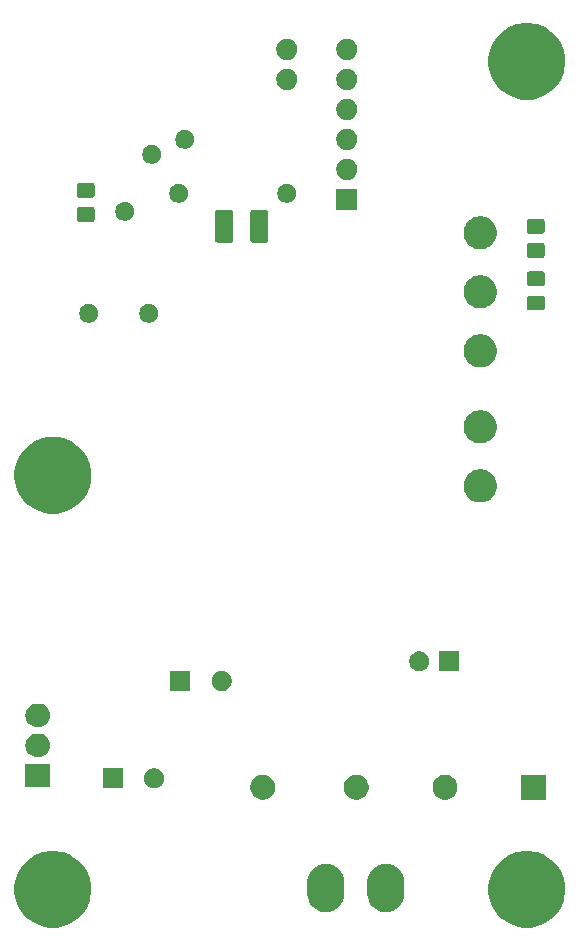
<source format=gbr>
G04 #@! TF.GenerationSoftware,KiCad,Pcbnew,(5.1.5)-3*
G04 #@! TF.CreationDate,2021-06-07T18:41:19+02:00*
G04 #@! TF.ProjectId,IotHenHouse,496f7448-656e-4486-9f75-73652e6b6963,rev?*
G04 #@! TF.SameCoordinates,Original*
G04 #@! TF.FileFunction,Soldermask,Bot*
G04 #@! TF.FilePolarity,Negative*
%FSLAX46Y46*%
G04 Gerber Fmt 4.6, Leading zero omitted, Abs format (unit mm)*
G04 Created by KiCad (PCBNEW (5.1.5)-3) date 2021-06-07 18:41:19*
%MOMM*%
%LPD*%
G04 APERTURE LIST*
%ADD10C,0.100000*%
G04 APERTURE END LIST*
D10*
G36*
X83946239Y-129399467D02*
G01*
X84260282Y-129461934D01*
X84851926Y-129707001D01*
X85141523Y-129900504D01*
X85384391Y-130062783D01*
X85837217Y-130515609D01*
X85852388Y-130538314D01*
X86192999Y-131048074D01*
X86438066Y-131639718D01*
X86438066Y-131639719D01*
X86563000Y-132267803D01*
X86563000Y-132908197D01*
X86500533Y-133222239D01*
X86438066Y-133536282D01*
X86192999Y-134127926D01*
X85837216Y-134660392D01*
X85384392Y-135113216D01*
X84851926Y-135468999D01*
X84260282Y-135714066D01*
X83946239Y-135776533D01*
X83632197Y-135839000D01*
X82991803Y-135839000D01*
X82677761Y-135776533D01*
X82363718Y-135714066D01*
X81772074Y-135468999D01*
X81239608Y-135113216D01*
X80786784Y-134660392D01*
X80431001Y-134127926D01*
X80185934Y-133536282D01*
X80123467Y-133222239D01*
X80061000Y-132908197D01*
X80061000Y-132267803D01*
X80185934Y-131639719D01*
X80185934Y-131639718D01*
X80431001Y-131048074D01*
X80771612Y-130538314D01*
X80786783Y-130515609D01*
X81239609Y-130062783D01*
X81482477Y-129900504D01*
X81772074Y-129707001D01*
X82363718Y-129461934D01*
X82677761Y-129399467D01*
X82991803Y-129337000D01*
X83632197Y-129337000D01*
X83946239Y-129399467D01*
G37*
G36*
X43814239Y-129399467D02*
G01*
X44128282Y-129461934D01*
X44719926Y-129707001D01*
X45009523Y-129900504D01*
X45252391Y-130062783D01*
X45705217Y-130515609D01*
X45720388Y-130538314D01*
X46060999Y-131048074D01*
X46306066Y-131639718D01*
X46306066Y-131639719D01*
X46431000Y-132267803D01*
X46431000Y-132908197D01*
X46368533Y-133222239D01*
X46306066Y-133536282D01*
X46060999Y-134127926D01*
X45705216Y-134660392D01*
X45252392Y-135113216D01*
X44719926Y-135468999D01*
X44128282Y-135714066D01*
X43814239Y-135776533D01*
X43500197Y-135839000D01*
X42859803Y-135839000D01*
X42545761Y-135776533D01*
X42231718Y-135714066D01*
X41640074Y-135468999D01*
X41107608Y-135113216D01*
X40654784Y-134660392D01*
X40299001Y-134127926D01*
X40053934Y-133536282D01*
X39991467Y-133222239D01*
X39929000Y-132908197D01*
X39929000Y-132267803D01*
X40053934Y-131639719D01*
X40053934Y-131639718D01*
X40299001Y-131048074D01*
X40639612Y-130538314D01*
X40654783Y-130515609D01*
X41107609Y-130062783D01*
X41350477Y-129900504D01*
X41640074Y-129707001D01*
X42231718Y-129461934D01*
X42545761Y-129399467D01*
X42859803Y-129337000D01*
X43500197Y-129337000D01*
X43814239Y-129399467D01*
G37*
G36*
X71678048Y-130432442D02*
G01*
X71970413Y-130521130D01*
X71970415Y-130521131D01*
X72239856Y-130665150D01*
X72239858Y-130665151D01*
X72239857Y-130665151D01*
X72476029Y-130858971D01*
X72538723Y-130935364D01*
X72669850Y-131095142D01*
X72801768Y-131341944D01*
X72813870Y-131364586D01*
X72902558Y-131656951D01*
X72925000Y-131884810D01*
X72925000Y-133037190D01*
X72902558Y-133265049D01*
X72820280Y-133536282D01*
X72813869Y-133557416D01*
X72669850Y-133826858D01*
X72476029Y-134063029D01*
X72239858Y-134256850D01*
X71970416Y-134400869D01*
X71970414Y-134400870D01*
X71678049Y-134489558D01*
X71374000Y-134519504D01*
X71069952Y-134489558D01*
X70777587Y-134400870D01*
X70777585Y-134400869D01*
X70508143Y-134256850D01*
X70271972Y-134063029D01*
X70218243Y-133997560D01*
X70078151Y-133826858D01*
X69934130Y-133557414D01*
X69845442Y-133265049D01*
X69823000Y-133037190D01*
X69823000Y-131884811D01*
X69845442Y-131656952D01*
X69934130Y-131364587D01*
X70000051Y-131241258D01*
X70078150Y-131095144D01*
X70116779Y-131048074D01*
X70271971Y-130858971D01*
X70393309Y-130759392D01*
X70508142Y-130665150D01*
X70777584Y-130521131D01*
X70777586Y-130521130D01*
X71069951Y-130432442D01*
X71374000Y-130402496D01*
X71678048Y-130432442D01*
G37*
G36*
X66598048Y-130432442D02*
G01*
X66890413Y-130521130D01*
X66890415Y-130521131D01*
X67159856Y-130665150D01*
X67159858Y-130665151D01*
X67159857Y-130665151D01*
X67396029Y-130858971D01*
X67458723Y-130935364D01*
X67589850Y-131095142D01*
X67721768Y-131341944D01*
X67733870Y-131364586D01*
X67822558Y-131656951D01*
X67845000Y-131884810D01*
X67845000Y-133037190D01*
X67822558Y-133265049D01*
X67740280Y-133536282D01*
X67733869Y-133557416D01*
X67589850Y-133826858D01*
X67396029Y-134063029D01*
X67159858Y-134256850D01*
X66890416Y-134400869D01*
X66890414Y-134400870D01*
X66598049Y-134489558D01*
X66294000Y-134519504D01*
X65989952Y-134489558D01*
X65697587Y-134400870D01*
X65697585Y-134400869D01*
X65428143Y-134256850D01*
X65191972Y-134063029D01*
X65138243Y-133997560D01*
X64998151Y-133826858D01*
X64854130Y-133557414D01*
X64765442Y-133265049D01*
X64743000Y-133037190D01*
X64743000Y-131884811D01*
X64765442Y-131656952D01*
X64854130Y-131364587D01*
X64920051Y-131241258D01*
X64998150Y-131095144D01*
X65036779Y-131048074D01*
X65191971Y-130858971D01*
X65313309Y-130759392D01*
X65428142Y-130665150D01*
X65697584Y-130521131D01*
X65697586Y-130521130D01*
X65989951Y-130432442D01*
X66294000Y-130402496D01*
X66598048Y-130432442D01*
G37*
G36*
X61266564Y-122941389D02*
G01*
X61457833Y-123020615D01*
X61457835Y-123020616D01*
X61585896Y-123106184D01*
X61629973Y-123135635D01*
X61776365Y-123282027D01*
X61891385Y-123454167D01*
X61970611Y-123645436D01*
X62011000Y-123848484D01*
X62011000Y-124055516D01*
X61970611Y-124258564D01*
X61891385Y-124449833D01*
X61891384Y-124449835D01*
X61776365Y-124621973D01*
X61629973Y-124768365D01*
X61457835Y-124883384D01*
X61457834Y-124883385D01*
X61457833Y-124883385D01*
X61266564Y-124962611D01*
X61063516Y-125003000D01*
X60856484Y-125003000D01*
X60653436Y-124962611D01*
X60462167Y-124883385D01*
X60462166Y-124883385D01*
X60462165Y-124883384D01*
X60290027Y-124768365D01*
X60143635Y-124621973D01*
X60028616Y-124449835D01*
X60028615Y-124449833D01*
X59949389Y-124258564D01*
X59909000Y-124055516D01*
X59909000Y-123848484D01*
X59949389Y-123645436D01*
X60028615Y-123454167D01*
X60143635Y-123282027D01*
X60290027Y-123135635D01*
X60334104Y-123106184D01*
X60462165Y-123020616D01*
X60462167Y-123020615D01*
X60653436Y-122941389D01*
X60856484Y-122901000D01*
X61063516Y-122901000D01*
X61266564Y-122941389D01*
G37*
G36*
X76697064Y-122941389D02*
G01*
X76888333Y-123020615D01*
X76888335Y-123020616D01*
X77016396Y-123106184D01*
X77060473Y-123135635D01*
X77206865Y-123282027D01*
X77321885Y-123454167D01*
X77401111Y-123645436D01*
X77441500Y-123848484D01*
X77441500Y-124055516D01*
X77401111Y-124258564D01*
X77321885Y-124449833D01*
X77321884Y-124449835D01*
X77206865Y-124621973D01*
X77060473Y-124768365D01*
X76888335Y-124883384D01*
X76888334Y-124883385D01*
X76888333Y-124883385D01*
X76697064Y-124962611D01*
X76494016Y-125003000D01*
X76286984Y-125003000D01*
X76083936Y-124962611D01*
X75892667Y-124883385D01*
X75892666Y-124883385D01*
X75892665Y-124883384D01*
X75720527Y-124768365D01*
X75574135Y-124621973D01*
X75459116Y-124449835D01*
X75459115Y-124449833D01*
X75379889Y-124258564D01*
X75339500Y-124055516D01*
X75339500Y-123848484D01*
X75379889Y-123645436D01*
X75459115Y-123454167D01*
X75574135Y-123282027D01*
X75720527Y-123135635D01*
X75764604Y-123106184D01*
X75892665Y-123020616D01*
X75892667Y-123020615D01*
X76083936Y-122941389D01*
X76286984Y-122901000D01*
X76494016Y-122901000D01*
X76697064Y-122941389D01*
G37*
G36*
X69190064Y-122941389D02*
G01*
X69381333Y-123020615D01*
X69381335Y-123020616D01*
X69509396Y-123106184D01*
X69553473Y-123135635D01*
X69699865Y-123282027D01*
X69814885Y-123454167D01*
X69894111Y-123645436D01*
X69934500Y-123848484D01*
X69934500Y-124055516D01*
X69894111Y-124258564D01*
X69814885Y-124449833D01*
X69814884Y-124449835D01*
X69699865Y-124621973D01*
X69553473Y-124768365D01*
X69381335Y-124883384D01*
X69381334Y-124883385D01*
X69381333Y-124883385D01*
X69190064Y-124962611D01*
X68987016Y-125003000D01*
X68779984Y-125003000D01*
X68576936Y-124962611D01*
X68385667Y-124883385D01*
X68385666Y-124883385D01*
X68385665Y-124883384D01*
X68213527Y-124768365D01*
X68067135Y-124621973D01*
X67952116Y-124449835D01*
X67952115Y-124449833D01*
X67872889Y-124258564D01*
X67832500Y-124055516D01*
X67832500Y-123848484D01*
X67872889Y-123645436D01*
X67952115Y-123454167D01*
X68067135Y-123282027D01*
X68213527Y-123135635D01*
X68257604Y-123106184D01*
X68385665Y-123020616D01*
X68385667Y-123020615D01*
X68576936Y-122941389D01*
X68779984Y-122901000D01*
X68987016Y-122901000D01*
X69190064Y-122941389D01*
G37*
G36*
X84934500Y-125003000D02*
G01*
X82832500Y-125003000D01*
X82832500Y-122901000D01*
X84934500Y-122901000D01*
X84934500Y-125003000D01*
G37*
G36*
X52008228Y-122371703D02*
G01*
X52163100Y-122435853D01*
X52302481Y-122528985D01*
X52421015Y-122647519D01*
X52514147Y-122786900D01*
X52578297Y-122941772D01*
X52611000Y-123106184D01*
X52611000Y-123273816D01*
X52578297Y-123438228D01*
X52514147Y-123593100D01*
X52421015Y-123732481D01*
X52302481Y-123851015D01*
X52163100Y-123944147D01*
X52008228Y-124008297D01*
X51843816Y-124041000D01*
X51676184Y-124041000D01*
X51511772Y-124008297D01*
X51356900Y-123944147D01*
X51217519Y-123851015D01*
X51098985Y-123732481D01*
X51005853Y-123593100D01*
X50941703Y-123438228D01*
X50909000Y-123273816D01*
X50909000Y-123106184D01*
X50941703Y-122941772D01*
X51005853Y-122786900D01*
X51098985Y-122647519D01*
X51217519Y-122528985D01*
X51356900Y-122435853D01*
X51511772Y-122371703D01*
X51676184Y-122339000D01*
X51843816Y-122339000D01*
X52008228Y-122371703D01*
G37*
G36*
X49111000Y-124041000D02*
G01*
X47409000Y-124041000D01*
X47409000Y-122339000D01*
X49111000Y-122339000D01*
X49111000Y-124041000D01*
G37*
G36*
X42961000Y-123939500D02*
G01*
X40859000Y-123939500D01*
X40859000Y-121932500D01*
X42961000Y-121932500D01*
X42961000Y-123939500D01*
G37*
G36*
X42055936Y-119397340D02*
G01*
X42154220Y-119407020D01*
X42343381Y-119464401D01*
X42517712Y-119557583D01*
X42670515Y-119682985D01*
X42795917Y-119835788D01*
X42889099Y-120010119D01*
X42946480Y-120199280D01*
X42965855Y-120396000D01*
X42946480Y-120592720D01*
X42889099Y-120781881D01*
X42795917Y-120956212D01*
X42670515Y-121109015D01*
X42517712Y-121234417D01*
X42343381Y-121327599D01*
X42154220Y-121384980D01*
X42055936Y-121394660D01*
X42006795Y-121399500D01*
X41813205Y-121399500D01*
X41764064Y-121394660D01*
X41665780Y-121384980D01*
X41476619Y-121327599D01*
X41302288Y-121234417D01*
X41149485Y-121109015D01*
X41024083Y-120956212D01*
X40930901Y-120781881D01*
X40873520Y-120592720D01*
X40854145Y-120396000D01*
X40873520Y-120199280D01*
X40930901Y-120010119D01*
X41024083Y-119835788D01*
X41149485Y-119682985D01*
X41302288Y-119557583D01*
X41476619Y-119464401D01*
X41665780Y-119407020D01*
X41764064Y-119397340D01*
X41813205Y-119392500D01*
X42006795Y-119392500D01*
X42055936Y-119397340D01*
G37*
G36*
X42055936Y-116857340D02*
G01*
X42154220Y-116867020D01*
X42343381Y-116924401D01*
X42517712Y-117017583D01*
X42670515Y-117142985D01*
X42795917Y-117295788D01*
X42889099Y-117470119D01*
X42946480Y-117659280D01*
X42965855Y-117856000D01*
X42946480Y-118052720D01*
X42889099Y-118241881D01*
X42795917Y-118416212D01*
X42670515Y-118569015D01*
X42517712Y-118694417D01*
X42343381Y-118787599D01*
X42154220Y-118844980D01*
X42055936Y-118854660D01*
X42006795Y-118859500D01*
X41813205Y-118859500D01*
X41764064Y-118854660D01*
X41665780Y-118844980D01*
X41476619Y-118787599D01*
X41302288Y-118694417D01*
X41149485Y-118569015D01*
X41024083Y-118416212D01*
X40930901Y-118241881D01*
X40873520Y-118052720D01*
X40854145Y-117856000D01*
X40873520Y-117659280D01*
X40930901Y-117470119D01*
X41024083Y-117295788D01*
X41149485Y-117142985D01*
X41302288Y-117017583D01*
X41476619Y-116924401D01*
X41665780Y-116867020D01*
X41764064Y-116857340D01*
X41813205Y-116852500D01*
X42006795Y-116852500D01*
X42055936Y-116857340D01*
G37*
G36*
X54826000Y-115786000D02*
G01*
X53124000Y-115786000D01*
X53124000Y-114084000D01*
X54826000Y-114084000D01*
X54826000Y-115786000D01*
G37*
G36*
X57723228Y-114116703D02*
G01*
X57878100Y-114180853D01*
X58017481Y-114273985D01*
X58136015Y-114392519D01*
X58229147Y-114531900D01*
X58293297Y-114686772D01*
X58326000Y-114851184D01*
X58326000Y-115018816D01*
X58293297Y-115183228D01*
X58229147Y-115338100D01*
X58136015Y-115477481D01*
X58017481Y-115596015D01*
X57878100Y-115689147D01*
X57723228Y-115753297D01*
X57558816Y-115786000D01*
X57391184Y-115786000D01*
X57226772Y-115753297D01*
X57071900Y-115689147D01*
X56932519Y-115596015D01*
X56813985Y-115477481D01*
X56720853Y-115338100D01*
X56656703Y-115183228D01*
X56624000Y-115018816D01*
X56624000Y-114851184D01*
X56656703Y-114686772D01*
X56720853Y-114531900D01*
X56813985Y-114392519D01*
X56932519Y-114273985D01*
X57071900Y-114180853D01*
X57226772Y-114116703D01*
X57391184Y-114084000D01*
X57558816Y-114084000D01*
X57723228Y-114116703D01*
G37*
G36*
X74456228Y-112465703D02*
G01*
X74611100Y-112529853D01*
X74750481Y-112622985D01*
X74869015Y-112741519D01*
X74962147Y-112880900D01*
X75026297Y-113035772D01*
X75059000Y-113200184D01*
X75059000Y-113367816D01*
X75026297Y-113532228D01*
X74962147Y-113687100D01*
X74869015Y-113826481D01*
X74750481Y-113945015D01*
X74611100Y-114038147D01*
X74456228Y-114102297D01*
X74291816Y-114135000D01*
X74124184Y-114135000D01*
X73959772Y-114102297D01*
X73804900Y-114038147D01*
X73665519Y-113945015D01*
X73546985Y-113826481D01*
X73453853Y-113687100D01*
X73389703Y-113532228D01*
X73357000Y-113367816D01*
X73357000Y-113200184D01*
X73389703Y-113035772D01*
X73453853Y-112880900D01*
X73546985Y-112741519D01*
X73665519Y-112622985D01*
X73804900Y-112529853D01*
X73959772Y-112465703D01*
X74124184Y-112433000D01*
X74291816Y-112433000D01*
X74456228Y-112465703D01*
G37*
G36*
X77559000Y-114135000D02*
G01*
X75857000Y-114135000D01*
X75857000Y-112433000D01*
X77559000Y-112433000D01*
X77559000Y-114135000D01*
G37*
G36*
X43666526Y-94318085D02*
G01*
X44128282Y-94409934D01*
X44719926Y-94655001D01*
X45252392Y-95010784D01*
X45705216Y-95463608D01*
X46060999Y-95996074D01*
X46306066Y-96587718D01*
X46306066Y-96587719D01*
X46431000Y-97215803D01*
X46431000Y-97856197D01*
X46399145Y-98016343D01*
X46306066Y-98484282D01*
X46060999Y-99075926D01*
X45705216Y-99608392D01*
X45252392Y-100061216D01*
X44719926Y-100416999D01*
X44128282Y-100662066D01*
X43814239Y-100724533D01*
X43500197Y-100787000D01*
X42859803Y-100787000D01*
X42545761Y-100724533D01*
X42231718Y-100662066D01*
X41640074Y-100416999D01*
X41107608Y-100061216D01*
X40654784Y-99608392D01*
X40299001Y-99075926D01*
X40053934Y-98484282D01*
X39960855Y-98016343D01*
X39929000Y-97856197D01*
X39929000Y-97215803D01*
X40053934Y-96587719D01*
X40053934Y-96587718D01*
X40299001Y-95996074D01*
X40654784Y-95463608D01*
X41107608Y-95010784D01*
X41640074Y-94655001D01*
X42231718Y-94409934D01*
X42693474Y-94318085D01*
X42859803Y-94285000D01*
X43500197Y-94285000D01*
X43666526Y-94318085D01*
G37*
G36*
X79693433Y-97059893D02*
G01*
X79783657Y-97077839D01*
X79889267Y-97121585D01*
X80038621Y-97183449D01*
X80114763Y-97234325D01*
X80268086Y-97336772D01*
X80463228Y-97531914D01*
X80495638Y-97580420D01*
X80616551Y-97761379D01*
X80655826Y-97856197D01*
X80710007Y-97987000D01*
X80722161Y-98016344D01*
X80776000Y-98287012D01*
X80776000Y-98562988D01*
X80722161Y-98833656D01*
X80616551Y-99088621D01*
X80616550Y-99088622D01*
X80463228Y-99318086D01*
X80268086Y-99513228D01*
X80163110Y-99583370D01*
X80038621Y-99666551D01*
X79903860Y-99722371D01*
X79783657Y-99772161D01*
X79693433Y-99790107D01*
X79512988Y-99826000D01*
X79237012Y-99826000D01*
X79056567Y-99790107D01*
X78966343Y-99772161D01*
X78846140Y-99722371D01*
X78711379Y-99666551D01*
X78586890Y-99583370D01*
X78481914Y-99513228D01*
X78286772Y-99318086D01*
X78133450Y-99088622D01*
X78133449Y-99088621D01*
X78027839Y-98833656D01*
X77974000Y-98562988D01*
X77974000Y-98287012D01*
X78027839Y-98016344D01*
X78039994Y-97987000D01*
X78094174Y-97856197D01*
X78133449Y-97761379D01*
X78254362Y-97580420D01*
X78286772Y-97531914D01*
X78481914Y-97336772D01*
X78635237Y-97234325D01*
X78711379Y-97183449D01*
X78860733Y-97121585D01*
X78966343Y-97077839D01*
X79056567Y-97059893D01*
X79237012Y-97024000D01*
X79512988Y-97024000D01*
X79693433Y-97059893D01*
G37*
G36*
X79693433Y-92059893D02*
G01*
X79783657Y-92077839D01*
X79889267Y-92121585D01*
X80038621Y-92183449D01*
X80038622Y-92183450D01*
X80268086Y-92336772D01*
X80463228Y-92531914D01*
X80565675Y-92685237D01*
X80616551Y-92761379D01*
X80722161Y-93016344D01*
X80776000Y-93287012D01*
X80776000Y-93562988D01*
X80722161Y-93833656D01*
X80616551Y-94088621D01*
X80616550Y-94088622D01*
X80463228Y-94318086D01*
X80268086Y-94513228D01*
X80114763Y-94615675D01*
X80038621Y-94666551D01*
X79889267Y-94728415D01*
X79783657Y-94772161D01*
X79715661Y-94785686D01*
X79512988Y-94826000D01*
X79237012Y-94826000D01*
X79034339Y-94785686D01*
X78966343Y-94772161D01*
X78860733Y-94728415D01*
X78711379Y-94666551D01*
X78635237Y-94615675D01*
X78481914Y-94513228D01*
X78286772Y-94318086D01*
X78133450Y-94088622D01*
X78133449Y-94088621D01*
X78027839Y-93833656D01*
X77974000Y-93562988D01*
X77974000Y-93287012D01*
X78027839Y-93016344D01*
X78133449Y-92761379D01*
X78184325Y-92685237D01*
X78286772Y-92531914D01*
X78481914Y-92336772D01*
X78711378Y-92183450D01*
X78711379Y-92183449D01*
X78860733Y-92121585D01*
X78966343Y-92077839D01*
X79056567Y-92059893D01*
X79237012Y-92024000D01*
X79512988Y-92024000D01*
X79693433Y-92059893D01*
G37*
G36*
X79693433Y-85629893D02*
G01*
X79783657Y-85647839D01*
X79889267Y-85691585D01*
X80038621Y-85753449D01*
X80038622Y-85753450D01*
X80268086Y-85906772D01*
X80463228Y-86101914D01*
X80565675Y-86255237D01*
X80616551Y-86331379D01*
X80722161Y-86586344D01*
X80776000Y-86857012D01*
X80776000Y-87132988D01*
X80722161Y-87403656D01*
X80616551Y-87658621D01*
X80616550Y-87658622D01*
X80463228Y-87888086D01*
X80268086Y-88083228D01*
X80114763Y-88185675D01*
X80038621Y-88236551D01*
X79889267Y-88298415D01*
X79783657Y-88342161D01*
X79693433Y-88360107D01*
X79512988Y-88396000D01*
X79237012Y-88396000D01*
X79056567Y-88360107D01*
X78966343Y-88342161D01*
X78860733Y-88298415D01*
X78711379Y-88236551D01*
X78635237Y-88185675D01*
X78481914Y-88083228D01*
X78286772Y-87888086D01*
X78133450Y-87658622D01*
X78133449Y-87658621D01*
X78027839Y-87403656D01*
X77974000Y-87132988D01*
X77974000Y-86857012D01*
X78027839Y-86586344D01*
X78133449Y-86331379D01*
X78184325Y-86255237D01*
X78286772Y-86101914D01*
X78481914Y-85906772D01*
X78711378Y-85753450D01*
X78711379Y-85753449D01*
X78860733Y-85691585D01*
X78966343Y-85647839D01*
X79056567Y-85629893D01*
X79237012Y-85594000D01*
X79512988Y-85594000D01*
X79693433Y-85629893D01*
G37*
G36*
X51541642Y-83049781D02*
G01*
X51687414Y-83110162D01*
X51687416Y-83110163D01*
X51818608Y-83197822D01*
X51930178Y-83309392D01*
X52017837Y-83440584D01*
X52017838Y-83440586D01*
X52078219Y-83586358D01*
X52109000Y-83741107D01*
X52109000Y-83898893D01*
X52078219Y-84053642D01*
X52017838Y-84199414D01*
X52017837Y-84199416D01*
X51930178Y-84330608D01*
X51818608Y-84442178D01*
X51687416Y-84529837D01*
X51687415Y-84529838D01*
X51687414Y-84529838D01*
X51541642Y-84590219D01*
X51386893Y-84621000D01*
X51229107Y-84621000D01*
X51074358Y-84590219D01*
X50928586Y-84529838D01*
X50928585Y-84529838D01*
X50928584Y-84529837D01*
X50797392Y-84442178D01*
X50685822Y-84330608D01*
X50598163Y-84199416D01*
X50598162Y-84199414D01*
X50537781Y-84053642D01*
X50507000Y-83898893D01*
X50507000Y-83741107D01*
X50537781Y-83586358D01*
X50598162Y-83440586D01*
X50598163Y-83440584D01*
X50685822Y-83309392D01*
X50797392Y-83197822D01*
X50928584Y-83110163D01*
X50928586Y-83110162D01*
X51074358Y-83049781D01*
X51229107Y-83019000D01*
X51386893Y-83019000D01*
X51541642Y-83049781D01*
G37*
G36*
X46461642Y-83049781D02*
G01*
X46607414Y-83110162D01*
X46607416Y-83110163D01*
X46738608Y-83197822D01*
X46850178Y-83309392D01*
X46937837Y-83440584D01*
X46937838Y-83440586D01*
X46998219Y-83586358D01*
X47029000Y-83741107D01*
X47029000Y-83898893D01*
X46998219Y-84053642D01*
X46937838Y-84199414D01*
X46937837Y-84199416D01*
X46850178Y-84330608D01*
X46738608Y-84442178D01*
X46607416Y-84529837D01*
X46607415Y-84529838D01*
X46607414Y-84529838D01*
X46461642Y-84590219D01*
X46306893Y-84621000D01*
X46149107Y-84621000D01*
X45994358Y-84590219D01*
X45848586Y-84529838D01*
X45848585Y-84529838D01*
X45848584Y-84529837D01*
X45717392Y-84442178D01*
X45605822Y-84330608D01*
X45518163Y-84199416D01*
X45518162Y-84199414D01*
X45457781Y-84053642D01*
X45427000Y-83898893D01*
X45427000Y-83741107D01*
X45457781Y-83586358D01*
X45518162Y-83440586D01*
X45518163Y-83440584D01*
X45605822Y-83309392D01*
X45717392Y-83197822D01*
X45848584Y-83110163D01*
X45848586Y-83110162D01*
X45994358Y-83049781D01*
X46149107Y-83019000D01*
X46306893Y-83019000D01*
X46461642Y-83049781D01*
G37*
G36*
X84662674Y-82318465D02*
G01*
X84700367Y-82329899D01*
X84735103Y-82348466D01*
X84765548Y-82373452D01*
X84790534Y-82403897D01*
X84809101Y-82438633D01*
X84820535Y-82476326D01*
X84825000Y-82521661D01*
X84825000Y-83358339D01*
X84820535Y-83403674D01*
X84809101Y-83441367D01*
X84790534Y-83476103D01*
X84765548Y-83506548D01*
X84735103Y-83531534D01*
X84700367Y-83550101D01*
X84662674Y-83561535D01*
X84617339Y-83566000D01*
X83530661Y-83566000D01*
X83485326Y-83561535D01*
X83447633Y-83550101D01*
X83412897Y-83531534D01*
X83382452Y-83506548D01*
X83357466Y-83476103D01*
X83338899Y-83441367D01*
X83327465Y-83403674D01*
X83323000Y-83358339D01*
X83323000Y-82521661D01*
X83327465Y-82476326D01*
X83338899Y-82438633D01*
X83357466Y-82403897D01*
X83382452Y-82373452D01*
X83412897Y-82348466D01*
X83447633Y-82329899D01*
X83485326Y-82318465D01*
X83530661Y-82314000D01*
X84617339Y-82314000D01*
X84662674Y-82318465D01*
G37*
G36*
X79693433Y-80629893D02*
G01*
X79783657Y-80647839D01*
X79889267Y-80691585D01*
X80038621Y-80753449D01*
X80038622Y-80753450D01*
X80268086Y-80906772D01*
X80463228Y-81101914D01*
X80558051Y-81243827D01*
X80616551Y-81331379D01*
X80641399Y-81391367D01*
X80722161Y-81586343D01*
X80776000Y-81857014D01*
X80776000Y-82132986D01*
X80722161Y-82403657D01*
X80709194Y-82434962D01*
X80616551Y-82658621D01*
X80616550Y-82658622D01*
X80463228Y-82888086D01*
X80268086Y-83083228D01*
X80114763Y-83185675D01*
X80038621Y-83236551D01*
X79889267Y-83298415D01*
X79783657Y-83342161D01*
X79759706Y-83346925D01*
X79512988Y-83396000D01*
X79237012Y-83396000D01*
X78990294Y-83346925D01*
X78966343Y-83342161D01*
X78860733Y-83298415D01*
X78711379Y-83236551D01*
X78635237Y-83185675D01*
X78481914Y-83083228D01*
X78286772Y-82888086D01*
X78133450Y-82658622D01*
X78133449Y-82658621D01*
X78040806Y-82434962D01*
X78027839Y-82403657D01*
X77974000Y-82132986D01*
X77974000Y-81857014D01*
X78027839Y-81586343D01*
X78108601Y-81391367D01*
X78133449Y-81331379D01*
X78191949Y-81243827D01*
X78286772Y-81101914D01*
X78481914Y-80906772D01*
X78711378Y-80753450D01*
X78711379Y-80753449D01*
X78860733Y-80691585D01*
X78966343Y-80647839D01*
X79056567Y-80629893D01*
X79237012Y-80594000D01*
X79512988Y-80594000D01*
X79693433Y-80629893D01*
G37*
G36*
X84662674Y-80268465D02*
G01*
X84700367Y-80279899D01*
X84735103Y-80298466D01*
X84765548Y-80323452D01*
X84790534Y-80353897D01*
X84809101Y-80388633D01*
X84820535Y-80426326D01*
X84825000Y-80471661D01*
X84825000Y-81308339D01*
X84820535Y-81353674D01*
X84809101Y-81391367D01*
X84790534Y-81426103D01*
X84765548Y-81456548D01*
X84735103Y-81481534D01*
X84700367Y-81500101D01*
X84662674Y-81511535D01*
X84617339Y-81516000D01*
X83530661Y-81516000D01*
X83485326Y-81511535D01*
X83447633Y-81500101D01*
X83412897Y-81481534D01*
X83382452Y-81456548D01*
X83357466Y-81426103D01*
X83338899Y-81391367D01*
X83327465Y-81353674D01*
X83323000Y-81308339D01*
X83323000Y-80471661D01*
X83327465Y-80426326D01*
X83338899Y-80388633D01*
X83357466Y-80353897D01*
X83382452Y-80323452D01*
X83412897Y-80298466D01*
X83447633Y-80279899D01*
X83485326Y-80268465D01*
X83530661Y-80264000D01*
X84617339Y-80264000D01*
X84662674Y-80268465D01*
G37*
G36*
X84662674Y-77873465D02*
G01*
X84700367Y-77884899D01*
X84735103Y-77903466D01*
X84765548Y-77928452D01*
X84790534Y-77958897D01*
X84809101Y-77993633D01*
X84820535Y-78031326D01*
X84825000Y-78076661D01*
X84825000Y-78913339D01*
X84820535Y-78958674D01*
X84809101Y-78996367D01*
X84790534Y-79031103D01*
X84765548Y-79061548D01*
X84735103Y-79086534D01*
X84700367Y-79105101D01*
X84662674Y-79116535D01*
X84617339Y-79121000D01*
X83530661Y-79121000D01*
X83485326Y-79116535D01*
X83447633Y-79105101D01*
X83412897Y-79086534D01*
X83382452Y-79061548D01*
X83357466Y-79031103D01*
X83338899Y-78996367D01*
X83327465Y-78958674D01*
X83323000Y-78913339D01*
X83323000Y-78076661D01*
X83327465Y-78031326D01*
X83338899Y-77993633D01*
X83357466Y-77958897D01*
X83382452Y-77928452D01*
X83412897Y-77903466D01*
X83447633Y-77884899D01*
X83485326Y-77873465D01*
X83530661Y-77869000D01*
X84617339Y-77869000D01*
X84662674Y-77873465D01*
G37*
G36*
X79693433Y-75629893D02*
G01*
X79783657Y-75647839D01*
X79889267Y-75691585D01*
X80038621Y-75753449D01*
X80038622Y-75753450D01*
X80268086Y-75906772D01*
X80463228Y-76101914D01*
X80565675Y-76255237D01*
X80616551Y-76331379D01*
X80722161Y-76586344D01*
X80776000Y-76857012D01*
X80776000Y-77132988D01*
X80722161Y-77403656D01*
X80616551Y-77658621D01*
X80565675Y-77734763D01*
X80463228Y-77888086D01*
X80268086Y-78083228D01*
X80114763Y-78185675D01*
X80038621Y-78236551D01*
X79889267Y-78298415D01*
X79783657Y-78342161D01*
X79693433Y-78360107D01*
X79512988Y-78396000D01*
X79237012Y-78396000D01*
X79056567Y-78360107D01*
X78966343Y-78342161D01*
X78860733Y-78298415D01*
X78711379Y-78236551D01*
X78635237Y-78185675D01*
X78481914Y-78083228D01*
X78286772Y-77888086D01*
X78184325Y-77734763D01*
X78133449Y-77658621D01*
X78027839Y-77403656D01*
X77974000Y-77132988D01*
X77974000Y-76857012D01*
X78027839Y-76586344D01*
X78133449Y-76331379D01*
X78184325Y-76255237D01*
X78286772Y-76101914D01*
X78481914Y-75906772D01*
X78711378Y-75753450D01*
X78711379Y-75753449D01*
X78860733Y-75691585D01*
X78966343Y-75647839D01*
X79056567Y-75629893D01*
X79237012Y-75594000D01*
X79512988Y-75594000D01*
X79693433Y-75629893D01*
G37*
G36*
X61282562Y-75082181D02*
G01*
X61317481Y-75092774D01*
X61349663Y-75109976D01*
X61377873Y-75133127D01*
X61401024Y-75161337D01*
X61418226Y-75193519D01*
X61428819Y-75228438D01*
X61433000Y-75270895D01*
X61433000Y-77637105D01*
X61428819Y-77679562D01*
X61418226Y-77714481D01*
X61401024Y-77746663D01*
X61377873Y-77774873D01*
X61349663Y-77798024D01*
X61317481Y-77815226D01*
X61282562Y-77825819D01*
X61240105Y-77830000D01*
X60098895Y-77830000D01*
X60056438Y-77825819D01*
X60021519Y-77815226D01*
X59989337Y-77798024D01*
X59961127Y-77774873D01*
X59937976Y-77746663D01*
X59920774Y-77714481D01*
X59910181Y-77679562D01*
X59906000Y-77637105D01*
X59906000Y-75270895D01*
X59910181Y-75228438D01*
X59920774Y-75193519D01*
X59937976Y-75161337D01*
X59961127Y-75133127D01*
X59989337Y-75109976D01*
X60021519Y-75092774D01*
X60056438Y-75082181D01*
X60098895Y-75078000D01*
X61240105Y-75078000D01*
X61282562Y-75082181D01*
G37*
G36*
X58307562Y-75082181D02*
G01*
X58342481Y-75092774D01*
X58374663Y-75109976D01*
X58402873Y-75133127D01*
X58426024Y-75161337D01*
X58443226Y-75193519D01*
X58453819Y-75228438D01*
X58458000Y-75270895D01*
X58458000Y-77637105D01*
X58453819Y-77679562D01*
X58443226Y-77714481D01*
X58426024Y-77746663D01*
X58402873Y-77774873D01*
X58374663Y-77798024D01*
X58342481Y-77815226D01*
X58307562Y-77825819D01*
X58265105Y-77830000D01*
X57123895Y-77830000D01*
X57081438Y-77825819D01*
X57046519Y-77815226D01*
X57014337Y-77798024D01*
X56986127Y-77774873D01*
X56962976Y-77746663D01*
X56945774Y-77714481D01*
X56935181Y-77679562D01*
X56931000Y-77637105D01*
X56931000Y-75270895D01*
X56935181Y-75228438D01*
X56945774Y-75193519D01*
X56962976Y-75161337D01*
X56986127Y-75133127D01*
X57014337Y-75109976D01*
X57046519Y-75092774D01*
X57081438Y-75082181D01*
X57123895Y-75078000D01*
X58265105Y-75078000D01*
X58307562Y-75082181D01*
G37*
G36*
X84662674Y-75823465D02*
G01*
X84700367Y-75834899D01*
X84735103Y-75853466D01*
X84765548Y-75878452D01*
X84790534Y-75908897D01*
X84809101Y-75943633D01*
X84820535Y-75981326D01*
X84825000Y-76026661D01*
X84825000Y-76863339D01*
X84820535Y-76908674D01*
X84809101Y-76946367D01*
X84790534Y-76981103D01*
X84765548Y-77011548D01*
X84735103Y-77036534D01*
X84700367Y-77055101D01*
X84662674Y-77066535D01*
X84617339Y-77071000D01*
X83530661Y-77071000D01*
X83485326Y-77066535D01*
X83447633Y-77055101D01*
X83412897Y-77036534D01*
X83382452Y-77011548D01*
X83357466Y-76981103D01*
X83338899Y-76946367D01*
X83327465Y-76908674D01*
X83323000Y-76863339D01*
X83323000Y-76026661D01*
X83327465Y-75981326D01*
X83338899Y-75943633D01*
X83357466Y-75908897D01*
X83382452Y-75878452D01*
X83412897Y-75853466D01*
X83447633Y-75834899D01*
X83485326Y-75823465D01*
X83530661Y-75819000D01*
X84617339Y-75819000D01*
X84662674Y-75823465D01*
G37*
G36*
X46562674Y-74825465D02*
G01*
X46600367Y-74836899D01*
X46635103Y-74855466D01*
X46665548Y-74880452D01*
X46690534Y-74910897D01*
X46709101Y-74945633D01*
X46720535Y-74983326D01*
X46725000Y-75028661D01*
X46725000Y-75865339D01*
X46720535Y-75910674D01*
X46709101Y-75948367D01*
X46690534Y-75983103D01*
X46665548Y-76013548D01*
X46635103Y-76038534D01*
X46600367Y-76057101D01*
X46562674Y-76068535D01*
X46517339Y-76073000D01*
X45430661Y-76073000D01*
X45385326Y-76068535D01*
X45347633Y-76057101D01*
X45312897Y-76038534D01*
X45282452Y-76013548D01*
X45257466Y-75983103D01*
X45238899Y-75948367D01*
X45227465Y-75910674D01*
X45223000Y-75865339D01*
X45223000Y-75028661D01*
X45227465Y-74983326D01*
X45238899Y-74945633D01*
X45257466Y-74910897D01*
X45282452Y-74880452D01*
X45312897Y-74855466D01*
X45347633Y-74836899D01*
X45385326Y-74825465D01*
X45430661Y-74821000D01*
X46517339Y-74821000D01*
X46562674Y-74825465D01*
G37*
G36*
X49509642Y-74413781D02*
G01*
X49623638Y-74461000D01*
X49655416Y-74474163D01*
X49786608Y-74561822D01*
X49898178Y-74673392D01*
X49985837Y-74804584D01*
X49985838Y-74804586D01*
X50046219Y-74950358D01*
X50077000Y-75105107D01*
X50077000Y-75262893D01*
X50046219Y-75417642D01*
X49985838Y-75563414D01*
X49985837Y-75563416D01*
X49898178Y-75694608D01*
X49786608Y-75806178D01*
X49655416Y-75893837D01*
X49655415Y-75893838D01*
X49655414Y-75893838D01*
X49509642Y-75954219D01*
X49354893Y-75985000D01*
X49197107Y-75985000D01*
X49042358Y-75954219D01*
X48896586Y-75893838D01*
X48896585Y-75893838D01*
X48896584Y-75893837D01*
X48765392Y-75806178D01*
X48653822Y-75694608D01*
X48566163Y-75563416D01*
X48566162Y-75563414D01*
X48505781Y-75417642D01*
X48475000Y-75262893D01*
X48475000Y-75105107D01*
X48505781Y-74950358D01*
X48566162Y-74804586D01*
X48566163Y-74804584D01*
X48653822Y-74673392D01*
X48765392Y-74561822D01*
X48896584Y-74474163D01*
X48928362Y-74461000D01*
X49042358Y-74413781D01*
X49197107Y-74383000D01*
X49354893Y-74383000D01*
X49509642Y-74413781D01*
G37*
G36*
X68973000Y-75069000D02*
G01*
X67171000Y-75069000D01*
X67171000Y-73267000D01*
X68973000Y-73267000D01*
X68973000Y-75069000D01*
G37*
G36*
X54081642Y-72889781D02*
G01*
X54227414Y-72950162D01*
X54227416Y-72950163D01*
X54358608Y-73037822D01*
X54470178Y-73149392D01*
X54557837Y-73280584D01*
X54557838Y-73280586D01*
X54618219Y-73426358D01*
X54649000Y-73581107D01*
X54649000Y-73738893D01*
X54618219Y-73893642D01*
X54566803Y-74017770D01*
X54557837Y-74039416D01*
X54470178Y-74170608D01*
X54358608Y-74282178D01*
X54227416Y-74369837D01*
X54227415Y-74369838D01*
X54227414Y-74369838D01*
X54081642Y-74430219D01*
X53926893Y-74461000D01*
X53769107Y-74461000D01*
X53614358Y-74430219D01*
X53468586Y-74369838D01*
X53468585Y-74369838D01*
X53468584Y-74369837D01*
X53337392Y-74282178D01*
X53225822Y-74170608D01*
X53138163Y-74039416D01*
X53129197Y-74017770D01*
X53077781Y-73893642D01*
X53047000Y-73738893D01*
X53047000Y-73581107D01*
X53077781Y-73426358D01*
X53138162Y-73280586D01*
X53138163Y-73280584D01*
X53225822Y-73149392D01*
X53337392Y-73037822D01*
X53468584Y-72950163D01*
X53468586Y-72950162D01*
X53614358Y-72889781D01*
X53769107Y-72859000D01*
X53926893Y-72859000D01*
X54081642Y-72889781D01*
G37*
G36*
X63225642Y-72889781D02*
G01*
X63371414Y-72950162D01*
X63371416Y-72950163D01*
X63502608Y-73037822D01*
X63614178Y-73149392D01*
X63701837Y-73280584D01*
X63701838Y-73280586D01*
X63762219Y-73426358D01*
X63793000Y-73581107D01*
X63793000Y-73738893D01*
X63762219Y-73893642D01*
X63710803Y-74017770D01*
X63701837Y-74039416D01*
X63614178Y-74170608D01*
X63502608Y-74282178D01*
X63371416Y-74369837D01*
X63371415Y-74369838D01*
X63371414Y-74369838D01*
X63225642Y-74430219D01*
X63070893Y-74461000D01*
X62913107Y-74461000D01*
X62758358Y-74430219D01*
X62612586Y-74369838D01*
X62612585Y-74369838D01*
X62612584Y-74369837D01*
X62481392Y-74282178D01*
X62369822Y-74170608D01*
X62282163Y-74039416D01*
X62273197Y-74017770D01*
X62221781Y-73893642D01*
X62191000Y-73738893D01*
X62191000Y-73581107D01*
X62221781Y-73426358D01*
X62282162Y-73280586D01*
X62282163Y-73280584D01*
X62369822Y-73149392D01*
X62481392Y-73037822D01*
X62612584Y-72950163D01*
X62612586Y-72950162D01*
X62758358Y-72889781D01*
X62913107Y-72859000D01*
X63070893Y-72859000D01*
X63225642Y-72889781D01*
G37*
G36*
X46562674Y-72775465D02*
G01*
X46600367Y-72786899D01*
X46635103Y-72805466D01*
X46665548Y-72830452D01*
X46690534Y-72860897D01*
X46709101Y-72895633D01*
X46720535Y-72933326D01*
X46725000Y-72978661D01*
X46725000Y-73815339D01*
X46720535Y-73860674D01*
X46709101Y-73898367D01*
X46690534Y-73933103D01*
X46665548Y-73963548D01*
X46635103Y-73988534D01*
X46600367Y-74007101D01*
X46562674Y-74018535D01*
X46517339Y-74023000D01*
X45430661Y-74023000D01*
X45385326Y-74018535D01*
X45347633Y-74007101D01*
X45312897Y-73988534D01*
X45282452Y-73963548D01*
X45257466Y-73933103D01*
X45238899Y-73898367D01*
X45227465Y-73860674D01*
X45223000Y-73815339D01*
X45223000Y-72978661D01*
X45227465Y-72933326D01*
X45238899Y-72895633D01*
X45257466Y-72860897D01*
X45282452Y-72830452D01*
X45312897Y-72805466D01*
X45347633Y-72786899D01*
X45385326Y-72775465D01*
X45430661Y-72771000D01*
X46517339Y-72771000D01*
X46562674Y-72775465D01*
G37*
G36*
X68185512Y-70731927D02*
G01*
X68334812Y-70761624D01*
X68498784Y-70829544D01*
X68646354Y-70928147D01*
X68771853Y-71053646D01*
X68870456Y-71201216D01*
X68938376Y-71365188D01*
X68973000Y-71539259D01*
X68973000Y-71716741D01*
X68938376Y-71890812D01*
X68870456Y-72054784D01*
X68771853Y-72202354D01*
X68646354Y-72327853D01*
X68498784Y-72426456D01*
X68334812Y-72494376D01*
X68185512Y-72524073D01*
X68160742Y-72529000D01*
X67983258Y-72529000D01*
X67958488Y-72524073D01*
X67809188Y-72494376D01*
X67645216Y-72426456D01*
X67497646Y-72327853D01*
X67372147Y-72202354D01*
X67273544Y-72054784D01*
X67205624Y-71890812D01*
X67171000Y-71716741D01*
X67171000Y-71539259D01*
X67205624Y-71365188D01*
X67273544Y-71201216D01*
X67372147Y-71053646D01*
X67497646Y-70928147D01*
X67645216Y-70829544D01*
X67809188Y-70761624D01*
X67958488Y-70731927D01*
X67983258Y-70727000D01*
X68160742Y-70727000D01*
X68185512Y-70731927D01*
G37*
G36*
X51795642Y-69587781D02*
G01*
X51941414Y-69648162D01*
X51941416Y-69648163D01*
X52072608Y-69735822D01*
X52184178Y-69847392D01*
X52271837Y-69978584D01*
X52271838Y-69978586D01*
X52332219Y-70124358D01*
X52363000Y-70279107D01*
X52363000Y-70436893D01*
X52332219Y-70591642D01*
X52271838Y-70737414D01*
X52271837Y-70737416D01*
X52184178Y-70868608D01*
X52072608Y-70980178D01*
X51941416Y-71067837D01*
X51941415Y-71067838D01*
X51941414Y-71067838D01*
X51795642Y-71128219D01*
X51640893Y-71159000D01*
X51483107Y-71159000D01*
X51328358Y-71128219D01*
X51182586Y-71067838D01*
X51182585Y-71067838D01*
X51182584Y-71067837D01*
X51051392Y-70980178D01*
X50939822Y-70868608D01*
X50852163Y-70737416D01*
X50852162Y-70737414D01*
X50791781Y-70591642D01*
X50761000Y-70436893D01*
X50761000Y-70279107D01*
X50791781Y-70124358D01*
X50852162Y-69978586D01*
X50852163Y-69978584D01*
X50939822Y-69847392D01*
X51051392Y-69735822D01*
X51182584Y-69648163D01*
X51182586Y-69648162D01*
X51328358Y-69587781D01*
X51483107Y-69557000D01*
X51640893Y-69557000D01*
X51795642Y-69587781D01*
G37*
G36*
X68185512Y-68191927D02*
G01*
X68334812Y-68221624D01*
X68498784Y-68289544D01*
X68646354Y-68388147D01*
X68771853Y-68513646D01*
X68870456Y-68661216D01*
X68938376Y-68825188D01*
X68973000Y-68999259D01*
X68973000Y-69176741D01*
X68938376Y-69350812D01*
X68870456Y-69514784D01*
X68771853Y-69662354D01*
X68646354Y-69787853D01*
X68498784Y-69886456D01*
X68334812Y-69954376D01*
X68185512Y-69984073D01*
X68160742Y-69989000D01*
X67983258Y-69989000D01*
X67958488Y-69984073D01*
X67809188Y-69954376D01*
X67645216Y-69886456D01*
X67497646Y-69787853D01*
X67372147Y-69662354D01*
X67273544Y-69514784D01*
X67205624Y-69350812D01*
X67171000Y-69176741D01*
X67171000Y-68999259D01*
X67205624Y-68825188D01*
X67273544Y-68661216D01*
X67372147Y-68513646D01*
X67497646Y-68388147D01*
X67645216Y-68289544D01*
X67809188Y-68221624D01*
X67958488Y-68191927D01*
X67983258Y-68187000D01*
X68160742Y-68187000D01*
X68185512Y-68191927D01*
G37*
G36*
X54589642Y-68317781D02*
G01*
X54735414Y-68378162D01*
X54735416Y-68378163D01*
X54866608Y-68465822D01*
X54978178Y-68577392D01*
X55034187Y-68661216D01*
X55065838Y-68708586D01*
X55126219Y-68854358D01*
X55157000Y-69009107D01*
X55157000Y-69166893D01*
X55126219Y-69321642D01*
X55114136Y-69350812D01*
X55065837Y-69467416D01*
X54978178Y-69598608D01*
X54866608Y-69710178D01*
X54735416Y-69797837D01*
X54735415Y-69797838D01*
X54735414Y-69797838D01*
X54589642Y-69858219D01*
X54434893Y-69889000D01*
X54277107Y-69889000D01*
X54122358Y-69858219D01*
X53976586Y-69797838D01*
X53976585Y-69797838D01*
X53976584Y-69797837D01*
X53845392Y-69710178D01*
X53733822Y-69598608D01*
X53646163Y-69467416D01*
X53597864Y-69350812D01*
X53585781Y-69321642D01*
X53555000Y-69166893D01*
X53555000Y-69009107D01*
X53585781Y-68854358D01*
X53646162Y-68708586D01*
X53677813Y-68661216D01*
X53733822Y-68577392D01*
X53845392Y-68465822D01*
X53976584Y-68378163D01*
X53976586Y-68378162D01*
X54122358Y-68317781D01*
X54277107Y-68287000D01*
X54434893Y-68287000D01*
X54589642Y-68317781D01*
G37*
G36*
X68185512Y-65651927D02*
G01*
X68334812Y-65681624D01*
X68498784Y-65749544D01*
X68646354Y-65848147D01*
X68771853Y-65973646D01*
X68870456Y-66121216D01*
X68938376Y-66285188D01*
X68973000Y-66459259D01*
X68973000Y-66636741D01*
X68938376Y-66810812D01*
X68870456Y-66974784D01*
X68771853Y-67122354D01*
X68646354Y-67247853D01*
X68498784Y-67346456D01*
X68334812Y-67414376D01*
X68185512Y-67444073D01*
X68160742Y-67449000D01*
X67983258Y-67449000D01*
X67958488Y-67444073D01*
X67809188Y-67414376D01*
X67645216Y-67346456D01*
X67497646Y-67247853D01*
X67372147Y-67122354D01*
X67273544Y-66974784D01*
X67205624Y-66810812D01*
X67171000Y-66636741D01*
X67171000Y-66459259D01*
X67205624Y-66285188D01*
X67273544Y-66121216D01*
X67372147Y-65973646D01*
X67497646Y-65848147D01*
X67645216Y-65749544D01*
X67809188Y-65681624D01*
X67958488Y-65651927D01*
X67983258Y-65647000D01*
X68160742Y-65647000D01*
X68185512Y-65651927D01*
G37*
G36*
X83946239Y-59295467D02*
G01*
X84260282Y-59357934D01*
X84851926Y-59603001D01*
X85384392Y-59958784D01*
X85837216Y-60411608D01*
X86192999Y-60944074D01*
X86438066Y-61535718D01*
X86438066Y-61535719D01*
X86563000Y-62163803D01*
X86563000Y-62804197D01*
X86502769Y-63107000D01*
X86438066Y-63432282D01*
X86192999Y-64023926D01*
X85837216Y-64556392D01*
X85384392Y-65009216D01*
X84851926Y-65364999D01*
X84260282Y-65610066D01*
X84074602Y-65647000D01*
X83632197Y-65735000D01*
X82991803Y-65735000D01*
X82549398Y-65647000D01*
X82363718Y-65610066D01*
X81772074Y-65364999D01*
X81239608Y-65009216D01*
X80786784Y-64556392D01*
X80431001Y-64023926D01*
X80185934Y-63432282D01*
X80121231Y-63107000D01*
X80061000Y-62804197D01*
X80061000Y-62163803D01*
X80185934Y-61535719D01*
X80185934Y-61535718D01*
X80431001Y-60944074D01*
X80786784Y-60411608D01*
X81239608Y-59958784D01*
X81772074Y-59603001D01*
X82363718Y-59357934D01*
X82677761Y-59295467D01*
X82991803Y-59233000D01*
X83632197Y-59233000D01*
X83946239Y-59295467D01*
G37*
G36*
X68185512Y-63111927D02*
G01*
X68334812Y-63141624D01*
X68498784Y-63209544D01*
X68646354Y-63308147D01*
X68771853Y-63433646D01*
X68870456Y-63581216D01*
X68938376Y-63745188D01*
X68973000Y-63919259D01*
X68973000Y-64096741D01*
X68938376Y-64270812D01*
X68870456Y-64434784D01*
X68771853Y-64582354D01*
X68646354Y-64707853D01*
X68498784Y-64806456D01*
X68334812Y-64874376D01*
X68185512Y-64904073D01*
X68160742Y-64909000D01*
X67983258Y-64909000D01*
X67958488Y-64904073D01*
X67809188Y-64874376D01*
X67645216Y-64806456D01*
X67497646Y-64707853D01*
X67372147Y-64582354D01*
X67273544Y-64434784D01*
X67205624Y-64270812D01*
X67171000Y-64096741D01*
X67171000Y-63919259D01*
X67205624Y-63745188D01*
X67273544Y-63581216D01*
X67372147Y-63433646D01*
X67497646Y-63308147D01*
X67645216Y-63209544D01*
X67809188Y-63141624D01*
X67958488Y-63111927D01*
X67983258Y-63107000D01*
X68160742Y-63107000D01*
X68185512Y-63111927D01*
G37*
G36*
X63105512Y-63111927D02*
G01*
X63254812Y-63141624D01*
X63418784Y-63209544D01*
X63566354Y-63308147D01*
X63691853Y-63433646D01*
X63790456Y-63581216D01*
X63858376Y-63745188D01*
X63893000Y-63919259D01*
X63893000Y-64096741D01*
X63858376Y-64270812D01*
X63790456Y-64434784D01*
X63691853Y-64582354D01*
X63566354Y-64707853D01*
X63418784Y-64806456D01*
X63254812Y-64874376D01*
X63105512Y-64904073D01*
X63080742Y-64909000D01*
X62903258Y-64909000D01*
X62878488Y-64904073D01*
X62729188Y-64874376D01*
X62565216Y-64806456D01*
X62417646Y-64707853D01*
X62292147Y-64582354D01*
X62193544Y-64434784D01*
X62125624Y-64270812D01*
X62091000Y-64096741D01*
X62091000Y-63919259D01*
X62125624Y-63745188D01*
X62193544Y-63581216D01*
X62292147Y-63433646D01*
X62417646Y-63308147D01*
X62565216Y-63209544D01*
X62729188Y-63141624D01*
X62878488Y-63111927D01*
X62903258Y-63107000D01*
X63080742Y-63107000D01*
X63105512Y-63111927D01*
G37*
G36*
X68185512Y-60571927D02*
G01*
X68334812Y-60601624D01*
X68498784Y-60669544D01*
X68646354Y-60768147D01*
X68771853Y-60893646D01*
X68870456Y-61041216D01*
X68938376Y-61205188D01*
X68973000Y-61379259D01*
X68973000Y-61556741D01*
X68938376Y-61730812D01*
X68870456Y-61894784D01*
X68771853Y-62042354D01*
X68646354Y-62167853D01*
X68498784Y-62266456D01*
X68334812Y-62334376D01*
X68185512Y-62364073D01*
X68160742Y-62369000D01*
X67983258Y-62369000D01*
X67958488Y-62364073D01*
X67809188Y-62334376D01*
X67645216Y-62266456D01*
X67497646Y-62167853D01*
X67372147Y-62042354D01*
X67273544Y-61894784D01*
X67205624Y-61730812D01*
X67171000Y-61556741D01*
X67171000Y-61379259D01*
X67205624Y-61205188D01*
X67273544Y-61041216D01*
X67372147Y-60893646D01*
X67497646Y-60768147D01*
X67645216Y-60669544D01*
X67809188Y-60601624D01*
X67958488Y-60571927D01*
X67983258Y-60567000D01*
X68160742Y-60567000D01*
X68185512Y-60571927D01*
G37*
G36*
X63105512Y-60571927D02*
G01*
X63254812Y-60601624D01*
X63418784Y-60669544D01*
X63566354Y-60768147D01*
X63691853Y-60893646D01*
X63790456Y-61041216D01*
X63858376Y-61205188D01*
X63893000Y-61379259D01*
X63893000Y-61556741D01*
X63858376Y-61730812D01*
X63790456Y-61894784D01*
X63691853Y-62042354D01*
X63566354Y-62167853D01*
X63418784Y-62266456D01*
X63254812Y-62334376D01*
X63105512Y-62364073D01*
X63080742Y-62369000D01*
X62903258Y-62369000D01*
X62878488Y-62364073D01*
X62729188Y-62334376D01*
X62565216Y-62266456D01*
X62417646Y-62167853D01*
X62292147Y-62042354D01*
X62193544Y-61894784D01*
X62125624Y-61730812D01*
X62091000Y-61556741D01*
X62091000Y-61379259D01*
X62125624Y-61205188D01*
X62193544Y-61041216D01*
X62292147Y-60893646D01*
X62417646Y-60768147D01*
X62565216Y-60669544D01*
X62729188Y-60601624D01*
X62878488Y-60571927D01*
X62903258Y-60567000D01*
X63080742Y-60567000D01*
X63105512Y-60571927D01*
G37*
M02*

</source>
